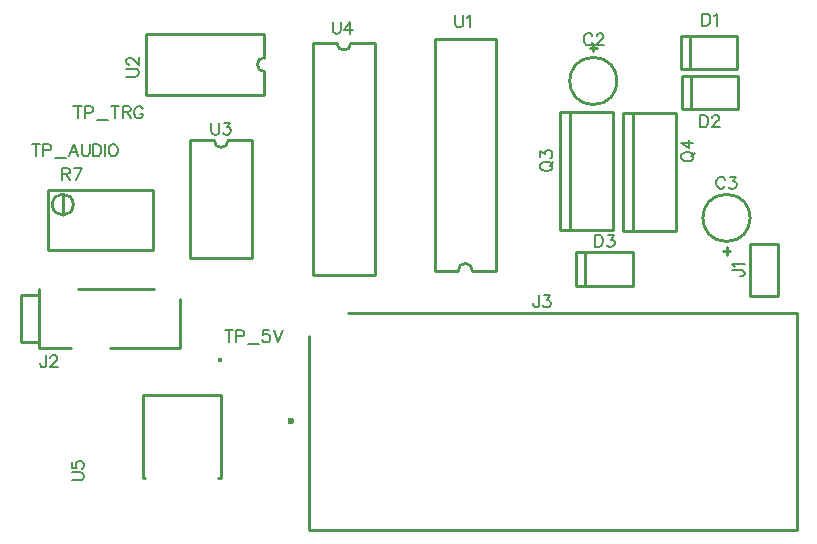
<source format=gbr>
G04 DipTrace 3.2.0.1*
G04 TopSilk.gbr*
%MOMM*%
G04 #@! TF.FileFunction,Legend,Top*
G04 #@! TF.Part,Single*
%ADD10C,0.25*%
%ADD25O,0.59937X0.60167*%
%ADD33C,0.39142*%
%ADD82C,0.15*%
%FSLAX35Y35*%
G04*
G71*
G90*
G75*
G01*
G04 TopSilk*
%LPD*%
X565800Y956147D2*
D10*
G02X565800Y956147I0J199996D01*
G01*
X535801Y1436159D2*
X595799D1*
X565800Y1466147D2*
Y1406171D1*
X1693237Y196820D2*
G02X1693237Y196820I0J-199996D01*
G01*
X1723236Y-283192D2*
X1663237D1*
X1693237Y-313180D2*
Y-253204D1*
X1312992Y915637D2*
Y1195637D1*
X1318132D2*
X1788442D1*
X1388807Y915637D2*
Y1195637D1*
X1788442Y915637D2*
Y1195637D1*
X1318132Y915637D2*
X1788442D1*
X1306005Y1256447D2*
Y1536447D1*
X1311145D2*
X1781455D1*
X1381820Y1256447D2*
Y1536447D1*
X1781455Y1256447D2*
Y1536447D1*
X1311145Y1256447D2*
X1781455D1*
X422685Y-575537D2*
Y-295537D1*
X427825D2*
X898135D1*
X498500Y-575537D2*
Y-295537D1*
X898135Y-575537D2*
Y-295537D1*
X427825Y-575537D2*
X898135D1*
X-4130436Y-605620D2*
Y-1105700D1*
X-3855486D1*
X-4130436Y-605620D2*
X-4125501D1*
X-3795420D2*
X-3155421D1*
X-3525405Y-1105700D2*
X-2930526D1*
Y-690645D1*
X-4280460Y-655685D2*
Y-1055635D1*
Y-655685D2*
X-4130436D1*
X-4280460Y-1055635D2*
X-4130436D1*
D25*
X-1994775Y-1726862D3*
X2287257Y-2641793D2*
D10*
X-1841052D1*
Y-1006856D1*
X-1511615Y-811742D2*
X2287257D1*
Y-2641793D1*
X1892087Y-224593D2*
X2132087D1*
Y-664593D1*
X1892087D1*
Y-224593D1*
X-3925743Y20943D2*
Y198743D1*
X-4052870Y-271157D2*
Y236843D1*
X-3163870D2*
X-4052870D1*
X-3163870Y-271157D2*
Y236843D1*
Y-271157D2*
X-4052870D1*
X-4014643Y109843D2*
G02X-4014643Y109843I88900J0D01*
G01*
X-2218770Y1034765D2*
X-3218770D1*
Y1554788D2*
Y1034765D1*
X-2218770Y1554788D2*
X-3218770D1*
X-2218770D2*
Y1354786D1*
Y1034765D2*
Y1234767D1*
Y1354786D2*
G03X-2218770Y1234767I10J-60010D01*
G01*
X-1286125Y1477530D2*
Y-482470D1*
X-1806148D2*
X-1286125D1*
X-1806148Y1477530D2*
Y-482470D1*
Y1477530D2*
X-1606146D1*
X-1286125D2*
X-1486127D1*
X-1606146D2*
G03X-1486127Y1477530I60010J34D01*
G01*
X-2590014Y-1501752D2*
X-3250013D1*
X-2590014Y-2201749D2*
Y-1501752D1*
Y-2201749D2*
X-2609992D1*
X-3250013D2*
Y-1501752D1*
Y-2201749D2*
X-3230036D1*
D33*
X-2592384Y-1209789D3*
X-778565Y-449367D2*
D10*
Y1510633D1*
X-258542D2*
X-778565D1*
X-258542Y-449367D2*
Y1510633D1*
Y-449367D2*
X-458544D1*
X-778565D2*
X-578563D1*
X-458544D2*
G03X-578563Y-449367I-60010J-34D01*
G01*
X-2325145Y653977D2*
Y-346023D1*
X-2845168D2*
X-2325145D1*
X-2845168Y653977D2*
Y-346023D1*
Y653977D2*
X-2645166D1*
X-2325145D2*
X-2525147D1*
X-2645166D2*
G03X-2525147Y653977I60010J10D01*
G01*
X279530Y-105333D2*
X729530D1*
Y894667D1*
X279530D1*
Y-105333D1*
X369530D2*
Y894667D1*
X814693Y-114673D2*
X1264693D1*
Y885327D1*
X814693D1*
Y-114673D1*
X904693D2*
Y885327D1*
X558215Y1537308D2*
D82*
X553385Y1546966D1*
X543615Y1556737D1*
X533956Y1561566D1*
X514527D1*
X504756Y1556737D1*
X495098Y1546966D1*
X490156Y1537308D1*
X485327Y1522708D1*
Y1498337D1*
X490156Y1483849D1*
X495098Y1474078D1*
X504756Y1464420D1*
X514527Y1459478D1*
X533956D1*
X543615Y1464420D1*
X553385Y1474078D1*
X558215Y1483849D1*
X593156Y1537195D2*
Y1542025D1*
X597985Y1551795D1*
X602815Y1556625D1*
X612585Y1561454D1*
X632015D1*
X641673Y1556625D1*
X646502Y1551795D1*
X651444Y1542025D1*
Y1532366D1*
X646502Y1522595D1*
X636844Y1508108D1*
X588215Y1459478D1*
X656273D1*
X1680651Y321008D2*
X1675822Y330666D1*
X1666051Y340437D1*
X1656393Y345266D1*
X1636964D1*
X1627193Y340437D1*
X1617534Y330666D1*
X1612593Y321008D1*
X1607764Y306408D1*
Y282037D1*
X1612593Y267549D1*
X1617534Y257778D1*
X1627193Y248120D1*
X1636964Y243178D1*
X1656393D1*
X1666051Y248120D1*
X1675822Y257778D1*
X1680651Y267549D1*
X1720422Y345154D2*
X1773768D1*
X1744681Y306295D1*
X1759281D1*
X1768939Y301466D1*
X1773768Y296637D1*
X1778710Y282037D1*
Y272378D1*
X1773768Y257778D1*
X1764110Y248008D1*
X1749510Y243178D1*
X1734910D1*
X1720422Y248008D1*
X1715593Y252949D1*
X1710651Y262608D1*
X1470228Y867833D2*
Y765745D1*
X1504257D1*
X1518857Y770687D1*
X1528628Y780345D1*
X1533457Y790116D1*
X1538287Y804604D1*
Y828974D1*
X1533457Y843574D1*
X1528628Y853233D1*
X1518857Y863004D1*
X1504257Y867833D1*
X1470228D1*
X1573228Y843462D2*
Y848291D1*
X1578057Y858062D1*
X1582887Y862891D1*
X1592657Y867721D1*
X1612087D1*
X1621745Y862891D1*
X1626574Y858062D1*
X1631516Y848291D1*
Y838633D1*
X1626574Y828862D1*
X1616916Y814374D1*
X1568287Y765745D1*
X1636345D1*
X1487529Y1726593D2*
Y1624505D1*
X1521558D1*
X1536158Y1629447D1*
X1545929Y1639105D1*
X1550758Y1648876D1*
X1555587Y1663364D1*
Y1687734D1*
X1550758Y1702334D1*
X1545929Y1711993D1*
X1536158Y1721764D1*
X1521558Y1726593D1*
X1487529D1*
X1585587Y1707051D2*
X1595358Y1711993D1*
X1609958Y1726481D1*
Y1624505D1*
X579922Y-147091D2*
Y-249178D1*
X613951D1*
X628551Y-244237D1*
X638322Y-234578D1*
X643151Y-224807D1*
X647980Y-210320D1*
Y-185949D1*
X643151Y-171349D1*
X638322Y-161691D1*
X628551Y-151920D1*
X613951Y-147091D1*
X579922D1*
X687751Y-147203D2*
X741097D1*
X712009Y-186061D1*
X726609D1*
X736268Y-190891D1*
X741097Y-195720D1*
X746038Y-210320D1*
Y-219978D1*
X741097Y-234578D1*
X731438Y-244349D1*
X716838Y-249178D1*
X702238D1*
X687751Y-244349D1*
X682922Y-239407D1*
X677980Y-229749D1*
X-4067648Y-1165781D2*
Y-1243497D1*
X-4072477Y-1258097D1*
X-4077419Y-1262927D1*
X-4087077Y-1267868D1*
X-4096848D1*
X-4106506Y-1262927D1*
X-4111336Y-1258097D1*
X-4116277Y-1243497D1*
Y-1233839D1*
X-4032706Y-1190151D2*
Y-1185322D1*
X-4027877Y-1175551D1*
X-4023048Y-1170722D1*
X-4013277Y-1165893D1*
X-3993848D1*
X-3984189Y-1170722D1*
X-3979360Y-1175551D1*
X-3974419Y-1185322D1*
Y-1194981D1*
X-3979360Y-1204751D1*
X-3989019Y-1219239D1*
X-4037648Y-1267868D1*
X-3969589D1*
X106542Y-658847D2*
Y-736564D1*
X101713Y-751164D1*
X96771Y-755993D1*
X87113Y-760935D1*
X77342D1*
X67684Y-755993D1*
X62854Y-751164D1*
X57913Y-736564D1*
Y-726906D1*
X146313Y-658959D2*
X199659D1*
X170571Y-697818D1*
X185171D1*
X194830Y-702647D1*
X199659Y-707476D1*
X204601Y-722076D1*
Y-731735D1*
X199659Y-746335D1*
X190001Y-756106D1*
X175401Y-760935D1*
X160801D1*
X146313Y-756106D1*
X141484Y-751164D1*
X136542Y-741506D1*
X1743641Y-447464D2*
X1821358D1*
X1835958Y-452293D1*
X1840787Y-457235D1*
X1845728Y-466893D1*
Y-476664D1*
X1840787Y-486322D1*
X1835957Y-491151D1*
X1821357Y-496093D1*
X1811699D1*
X1763182Y-417464D2*
X1758241Y-407693D1*
X1743753Y-393093D1*
X1845728D1*
X-3931428Y368410D2*
X-3887741D1*
X-3873141Y373352D1*
X-3868199Y378181D1*
X-3863370Y387839D1*
Y397610D1*
X-3868199Y407269D1*
X-3873141Y412210D1*
X-3887741Y417039D1*
X-3931428D1*
Y314952D1*
X-3897399Y368410D2*
X-3863370Y314952D1*
X-3813941D2*
X-3765312Y416927D1*
X-3833370D1*
X-2521595Y-952327D2*
Y-1054415D1*
X-2555625Y-952327D2*
X-2487566D1*
X-2457566Y-1005786D2*
X-2413766D1*
X-2399278Y-1000956D1*
X-2394337Y-996015D1*
X-2389508Y-986356D1*
Y-971756D1*
X-2394337Y-962098D1*
X-2399278Y-957156D1*
X-2413766Y-952327D1*
X-2457566D1*
Y-1054415D1*
X-2359508Y-1071261D2*
X-2267191D1*
X-2178903Y-952439D2*
X-2227420D1*
X-2232249Y-996127D1*
X-2227420Y-991298D1*
X-2212820Y-986356D1*
X-2198332D1*
X-2183732Y-991298D1*
X-2173962Y-1000956D1*
X-2169132Y-1015556D1*
Y-1025215D1*
X-2173962Y-1039815D1*
X-2183732Y-1049586D1*
X-2198332Y-1054415D1*
X-2212820D1*
X-2227420Y-1049586D1*
X-2232249Y-1044644D1*
X-2237191Y-1034986D1*
X-2139132Y-952327D2*
X-2100274Y-1054415D1*
X-2061415Y-952327D1*
X-4156846Y621409D2*
Y519322D1*
X-4190875Y621409D2*
X-4122817D1*
X-4092817Y567951D2*
X-4049017D1*
X-4034529Y572780D1*
X-4029587Y577722D1*
X-4024758Y587380D1*
Y601980D1*
X-4029587Y611639D1*
X-4034529Y616580D1*
X-4049017Y621409D1*
X-4092817D1*
Y519322D1*
X-3994758Y502476D2*
X-3902441D1*
X-3794612Y519322D2*
X-3833583Y621409D1*
X-3872441Y519322D1*
X-3857841Y553351D2*
X-3809212D1*
X-3764612Y621409D2*
Y548522D1*
X-3759783Y533922D1*
X-3750012Y524263D1*
X-3735412Y519322D1*
X-3725754D1*
X-3711154Y524263D1*
X-3701383Y533922D1*
X-3696554Y548522D1*
Y621409D1*
X-3666554D2*
Y519322D1*
X-3632524D1*
X-3617924Y524263D1*
X-3608154Y533922D1*
X-3603324Y543693D1*
X-3598495Y558180D1*
Y582551D1*
X-3603324Y597151D1*
X-3608154Y606809D1*
X-3617924Y616580D1*
X-3632524Y621409D1*
X-3666554D1*
X-3568495D2*
Y519322D1*
X-3509295Y621409D2*
X-3519066Y616580D1*
X-3528724Y606809D1*
X-3533666Y597151D1*
X-3538495Y582551D1*
Y558180D1*
X-3533666Y543693D1*
X-3528724Y533922D1*
X-3519066Y524263D1*
X-3509295Y519322D1*
X-3489866D1*
X-3480207Y524263D1*
X-3470437Y533922D1*
X-3465607Y543693D1*
X-3460778Y558180D1*
Y582551D1*
X-3465607Y597151D1*
X-3470437Y606809D1*
X-3480207Y616580D1*
X-3489866Y621409D1*
X-3509295D1*
X-3801617Y941829D2*
Y839742D1*
X-3835646Y941829D2*
X-3767587D1*
X-3737587Y888371D2*
X-3693787D1*
X-3679300Y893200D1*
X-3674358Y898142D1*
X-3669529Y907800D1*
Y922400D1*
X-3674358Y932059D1*
X-3679300Y937000D1*
X-3693787Y941829D1*
X-3737587D1*
Y839742D1*
X-3639529Y822896D2*
X-3547212D1*
X-3483183Y941829D2*
Y839742D1*
X-3517212Y941829D2*
X-3449154D1*
X-3419154Y893200D2*
X-3375466D1*
X-3360866Y898142D1*
X-3355924Y902971D1*
X-3351095Y912629D1*
Y922400D1*
X-3355924Y932059D1*
X-3360866Y937000D1*
X-3375466Y941829D1*
X-3419154D1*
Y839742D1*
X-3385124Y893200D2*
X-3351095Y839742D1*
X-3248207Y917571D2*
X-3253037Y927229D1*
X-3262807Y937000D1*
X-3272466Y941829D1*
X-3291895D1*
X-3301666Y937000D1*
X-3311324Y927229D1*
X-3316266Y917571D1*
X-3321095Y902971D1*
Y878600D1*
X-3316266Y864113D1*
X-3311324Y854342D1*
X-3301666Y844683D1*
X-3291895Y839742D1*
X-3272466D1*
X-3262807Y844683D1*
X-3253037Y854342D1*
X-3248207Y864113D1*
Y878600D1*
X-3272466D1*
X-3387216Y1191469D2*
X-3314328D1*
X-3299728Y1196298D1*
X-3290070Y1206069D1*
X-3285128Y1220668D1*
Y1230327D1*
X-3290070Y1244927D1*
X-3299728Y1254698D1*
X-3314328Y1259527D1*
X-3387216D1*
X-3362845Y1294468D2*
X-3367674D1*
X-3377445Y1299298D1*
X-3382274Y1304127D1*
X-3387104Y1313898D1*
Y1333327D1*
X-3382274Y1342985D1*
X-3377445Y1347814D1*
X-3367674Y1352756D1*
X-3358016D1*
X-3348245Y1347814D1*
X-3333758Y1338156D1*
X-3285128Y1289527D1*
Y1357585D1*
X-1639460Y1657596D2*
Y1584708D1*
X-1634631Y1570108D1*
X-1624860Y1560450D1*
X-1610260Y1555508D1*
X-1600601D1*
X-1586001Y1560450D1*
X-1576231Y1570108D1*
X-1571401Y1584708D1*
Y1657596D1*
X-1492772Y1555508D2*
Y1657484D1*
X-1541401Y1589538D1*
X-1468514D1*
X-3849306Y-2226115D2*
X-3776418D1*
X-3761818Y-2221286D1*
X-3752160Y-2211515D1*
X-3747218Y-2196915D1*
Y-2187257D1*
X-3752160Y-2172657D1*
X-3761818Y-2162886D1*
X-3776418Y-2158057D1*
X-3849306Y-2158056D1*
X-3849194Y-2069769D2*
Y-2118286D1*
X-3805506Y-2123115D1*
X-3810335Y-2118286D1*
X-3815277Y-2103686D1*
Y-2089198D1*
X-3810335Y-2074598D1*
X-3800677Y-2064827D1*
X-3786077Y-2059998D1*
X-3776418D1*
X-3761818Y-2064827D1*
X-3752048Y-2074598D1*
X-3747218Y-2089198D1*
Y-2103686D1*
X-3752048Y-2118286D1*
X-3756989Y-2123115D1*
X-3766648Y-2128057D1*
X-604891Y1711549D2*
Y1638662D1*
X-600062Y1624062D1*
X-590291Y1614403D1*
X-575691Y1609462D1*
X-566033D1*
X-551433Y1614403D1*
X-541662Y1624062D1*
X-536833Y1638662D1*
Y1711549D1*
X-506833Y1692008D2*
X-497062Y1696949D1*
X-482462Y1711437D1*
Y1609462D1*
X-2668215Y802423D2*
Y729535D1*
X-2663386Y714935D1*
X-2653615Y705277D1*
X-2639015Y700335D1*
X-2629357D1*
X-2614757Y705277D1*
X-2604986Y714935D1*
X-2600157Y729535D1*
Y802423D1*
X-2560386Y802311D2*
X-2507040D1*
X-2536127Y763452D1*
X-2521527D1*
X-2511869Y758623D1*
X-2507040Y753794D1*
X-2502098Y739194D1*
Y729535D1*
X-2507040Y714935D1*
X-2516698Y705164D1*
X-2531298Y700335D1*
X-2545898D1*
X-2560386Y705164D1*
X-2565215Y710106D1*
X-2570157Y719764D1*
X116084Y423173D2*
X120801Y413515D1*
X130572Y403744D1*
X140342Y398915D1*
X154942Y393973D1*
X179201D1*
X193801Y398915D1*
X203459Y403744D1*
X213230Y413515D1*
X218059Y423173D1*
Y442602D1*
X213230Y452373D1*
X203459Y462031D1*
X193801Y466861D1*
X179201Y471802D1*
X154942D1*
X140342Y466861D1*
X130572Y462032D1*
X120801Y452373D1*
X116084Y442602D1*
Y423173D1*
X198630Y437773D2*
X227830Y466861D1*
X116196Y511573D2*
Y564919D1*
X155055Y535831D1*
Y550431D1*
X159884Y560090D1*
X164713Y564919D1*
X179313Y569861D1*
X188972D1*
X203572Y564919D1*
X213342Y555261D1*
X218172Y540661D1*
Y526061D1*
X213342Y511573D1*
X208401Y506744D1*
X198742Y501802D1*
X1311247Y506669D2*
X1315964Y497010D1*
X1325735Y487239D1*
X1335506Y482410D1*
X1350106Y477469D1*
X1374364D1*
X1388964Y482410D1*
X1398623Y487239D1*
X1408393Y497010D1*
X1413223Y506668D1*
Y526098D1*
X1408393Y535868D1*
X1398623Y545527D1*
X1388964Y550356D1*
X1374364Y555298D1*
X1350106D1*
X1335506Y550356D1*
X1325735Y545527D1*
X1315964Y535868D1*
X1311247Y526098D1*
Y506669D1*
X1393793Y521268D2*
X1422993Y550356D1*
X1413335Y633927D2*
X1311360D1*
X1379306Y585298D1*
Y658185D1*
M02*

</source>
